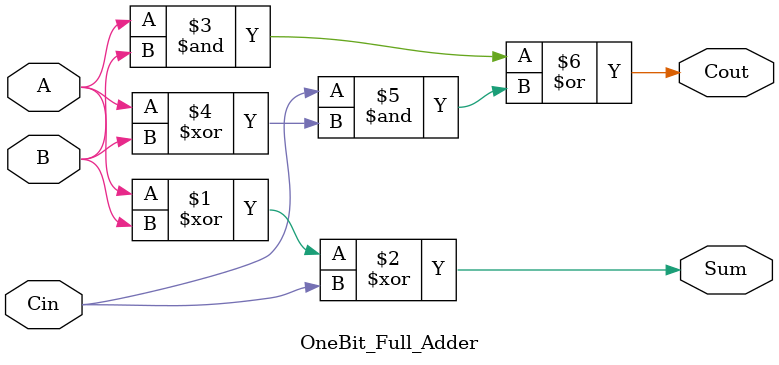
<source format=v>
module OneBit_Full_Adder (
 input wire A,
 input wire B,
 input wire Cin,
 
 output wire Sum,
 output wire Cout

);

 assign Sum  = A^B^Cin;
 assign Cout = (A&B)|(Cin &(A^B));
 
endmodule
 
 
</source>
